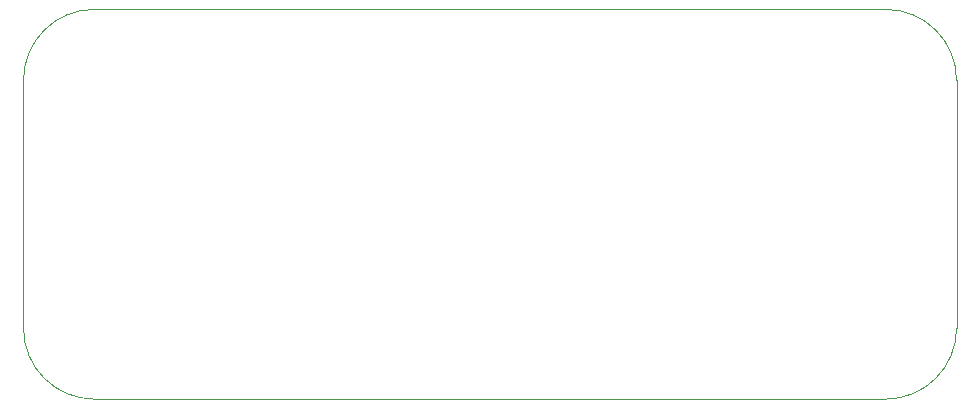
<source format=gbr>
%TF.GenerationSoftware,Altium Limited,Altium Designer,21.3.2 (30)*%
G04 Layer_Color=0*
%FSLAX45Y45*%
%MOMM*%
%TF.SameCoordinates,29C89E41-5BB3-4AF8-996E-2FCDB6C4A0D1*%
%TF.FilePolarity,Positive*%
%TF.FileFunction,Profile,NP*%
%TF.Part,Single*%
G01*
G75*
%TA.AperFunction,Profile*%
%ADD32C,0.02540*%
D32*
X500000Y1000000D02*
G03*
X1100000Y400000I600000J0D01*
G01*
X7800000D01*
D02*
G03*
X8400000Y1000000I0J600000D01*
G01*
Y3100000D01*
D02*
G03*
X7800000Y3700000I-600000J0D01*
G01*
X1100000D01*
D02*
G03*
X500000Y3100000I0J-600000D01*
G01*
Y1000000D01*
%TF.MD5,a87b5effba55b3e9d138e69d06da4b69*%
M02*

</source>
